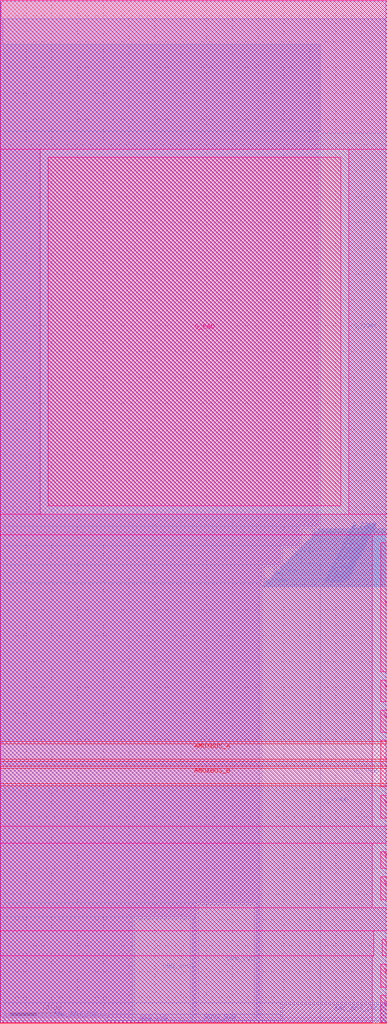
<source format=lef>
# Copyright 2020 The SkyWater PDK Authors
#
# Licensed under the Apache License, Version 2.0 (the "License");
# you may not use this file except in compliance with the License.
# You may obtain a copy of the License at
#
#     https://www.apache.org/licenses/LICENSE-2.0
#
# Unless required by applicable law or agreed to in writing, software
# distributed under the License is distributed on an "AS IS" BASIS,
# WITHOUT WARRANTIES OR CONDITIONS OF ANY KIND, either express or implied.
# See the License for the specific language governing permissions and
# limitations under the License.
#
# SPDX-License-Identifier: Apache-2.0

VERSION 5.7 ;
  NOWIREEXTENSIONATPIN ON ;
  DIVIDERCHAR "/" ;
  BUSBITCHARS "[]" ;
MACRO sky130_fd_io__top_ground_lvc_wpad
  CLASS PAD ;
  FOREIGN sky130_fd_io__top_ground_lvc_wpad ;
  ORIGIN  0.000000  0.000000 ;
  SIZE  75.00000 BY  198.0000 ;
  SYMMETRY R90 ;
  PIN AMUXBUS_A
    DIRECTION INOUT ;
    USE SIGNAL ;
    PORT
      LAYER met4 ;
        RECT 0.000000 51.125000 75.000000 54.105000 ;
    END
  END AMUXBUS_A
  PIN AMUXBUS_B
    DIRECTION INOUT ;
    USE SIGNAL ;
    PORT
      LAYER met4 ;
        RECT 0.000000 46.365000 75.000000 49.345000 ;
    END
  END AMUXBUS_B
  PIN G_PAD
    DIRECTION INOUT ;
    USE SIGNAL ;
    PORT
      LAYER met5 ;
        RECT 9.315000 100.140000 65.955000 167.570000 ;
    END
  END G_PAD
  PIN BDY2_B2B
    DIRECTION INOUT ;
    USE GROUND ;
    PORT
      LAYER met2 ;
        RECT 34.440000 0.000000 44.440000 0.325000 ;
    END
  END BDY2_B2B
  PIN DRN_LVC1
    DIRECTION INOUT ;
    USE POWER ;
    PORT
      LAYER met3 ;
        RECT 26.000000 0.000000 36.880000 20.220000 ;
    END
  END DRN_LVC1
  PIN DRN_LVC2
    DIRECTION INOUT ;
    USE POWER ;
    PORT
      LAYER met3 ;
        RECT 38.380000 0.000000 49.255000 22.900000 ;
    END
  END DRN_LVC2
  PIN G_CORE
    DIRECTION INOUT ;
    USE GROUND ;
    PORT
      LAYER met3 ;
        RECT 50.755000 0.000000 74.700000 84.465000 ;
    END
    PORT
      LAYER met3 ;
        RECT 50.755000 84.465000 51.100000 84.810000 ;
    END
    PORT
      LAYER met3 ;
        RECT 50.905000 84.465000 74.700000 84.615000 ;
    END
    PORT
      LAYER met3 ;
        RECT 51.100000 84.810000 54.665000 88.375000 ;
    END
    PORT
      LAYER met3 ;
        RECT 51.205000 84.765000 74.700000 84.915000 ;
    END
    PORT
      LAYER met3 ;
        RECT 51.355000 84.915000 74.700000 85.065000 ;
    END
    PORT
      LAYER met3 ;
        RECT 51.505000 85.065000 74.700000 85.215000 ;
    END
    PORT
      LAYER met3 ;
        RECT 51.655000 85.215000 74.700000 85.365000 ;
    END
    PORT
      LAYER met3 ;
        RECT 51.805000 85.365000 74.700000 85.515000 ;
    END
    PORT
      LAYER met3 ;
        RECT 51.955000 85.515000 74.700000 85.665000 ;
    END
    PORT
      LAYER met3 ;
        RECT 52.105000 85.665000 74.700000 85.815000 ;
    END
    PORT
      LAYER met3 ;
        RECT 52.255000 85.815000 74.700000 85.965000 ;
    END
    PORT
      LAYER met3 ;
        RECT 52.405000 85.965000 74.700000 86.115000 ;
    END
    PORT
      LAYER met3 ;
        RECT 52.555000 86.115000 74.700000 86.265000 ;
    END
    PORT
      LAYER met3 ;
        RECT 52.705000 86.265000 74.700000 86.415000 ;
    END
    PORT
      LAYER met3 ;
        RECT 52.855000 86.415000 74.700000 86.565000 ;
    END
    PORT
      LAYER met3 ;
        RECT 53.005000 86.565000 74.700000 86.715000 ;
    END
    PORT
      LAYER met3 ;
        RECT 53.155000 86.715000 74.700000 86.865000 ;
    END
    PORT
      LAYER met3 ;
        RECT 53.305000 86.865000 74.700000 87.015000 ;
    END
    PORT
      LAYER met3 ;
        RECT 53.455000 87.015000 74.700000 87.165000 ;
    END
    PORT
      LAYER met3 ;
        RECT 53.605000 87.165000 74.700000 87.315000 ;
    END
    PORT
      LAYER met3 ;
        RECT 53.755000 87.315000 74.700000 87.465000 ;
    END
    PORT
      LAYER met3 ;
        RECT 53.905000 87.465000 74.700000 87.615000 ;
    END
    PORT
      LAYER met3 ;
        RECT 54.055000 87.615000 74.700000 87.765000 ;
    END
    PORT
      LAYER met3 ;
        RECT 54.205000 87.765000 74.700000 87.915000 ;
    END
    PORT
      LAYER met3 ;
        RECT 54.355000 87.915000 74.700000 88.065000 ;
    END
    PORT
      LAYER met3 ;
        RECT 54.505000 88.065000 74.700000 88.215000 ;
    END
    PORT
      LAYER met3 ;
        RECT 54.665000 88.375000 58.310000 92.020000 ;
    END
    PORT
      LAYER met3 ;
        RECT 54.805000 88.365000 74.700000 88.515000 ;
    END
    PORT
      LAYER met3 ;
        RECT 54.955000 88.515000 74.700000 88.665000 ;
    END
    PORT
      LAYER met3 ;
        RECT 55.105000 88.665000 74.700000 88.815000 ;
    END
    PORT
      LAYER met3 ;
        RECT 55.255000 88.815000 74.700000 88.965000 ;
    END
    PORT
      LAYER met3 ;
        RECT 55.405000 88.965000 74.700000 89.115000 ;
    END
    PORT
      LAYER met3 ;
        RECT 55.555000 89.115000 74.700000 89.265000 ;
    END
    PORT
      LAYER met3 ;
        RECT 55.705000 89.265000 74.700000 89.415000 ;
    END
    PORT
      LAYER met3 ;
        RECT 55.855000 89.415000 74.700000 89.565000 ;
    END
    PORT
      LAYER met3 ;
        RECT 56.005000 89.565000 74.700000 89.715000 ;
    END
    PORT
      LAYER met3 ;
        RECT 56.155000 89.715000 74.700000 89.865000 ;
    END
    PORT
      LAYER met3 ;
        RECT 56.305000 89.865000 74.700000 90.015000 ;
    END
    PORT
      LAYER met3 ;
        RECT 56.455000 90.015000 74.700000 90.165000 ;
    END
    PORT
      LAYER met3 ;
        RECT 56.605000 90.165000 74.700000 90.315000 ;
    END
    PORT
      LAYER met3 ;
        RECT 56.755000 90.315000 74.700000 90.465000 ;
    END
    PORT
      LAYER met3 ;
        RECT 56.905000 90.465000 74.700000 90.615000 ;
    END
    PORT
      LAYER met3 ;
        RECT 57.055000 90.615000 74.700000 90.765000 ;
    END
    PORT
      LAYER met3 ;
        RECT 57.205000 90.765000 74.700000 90.915000 ;
    END
    PORT
      LAYER met3 ;
        RECT 57.355000 90.915000 74.700000 91.065000 ;
    END
    PORT
      LAYER met3 ;
        RECT 57.505000 91.065000 74.700000 91.215000 ;
    END
    PORT
      LAYER met3 ;
        RECT 57.655000 91.215000 74.700000 91.365000 ;
    END
    PORT
      LAYER met3 ;
        RECT 57.805000 91.365000 74.700000 91.515000 ;
    END
    PORT
      LAYER met3 ;
        RECT 57.955000 91.515000 74.700000 91.665000 ;
    END
    PORT
      LAYER met3 ;
        RECT 58.105000 91.665000 74.700000 91.815000 ;
    END
    PORT
      LAYER met3 ;
        RECT 58.400000 92.110000 62.045000 95.755000 ;
    END
    PORT
      LAYER met3 ;
        RECT 58.405000 91.965000 74.700000 92.115000 ;
    END
    PORT
      LAYER met3 ;
        RECT 58.555000 92.115000 74.700000 92.265000 ;
    END
    PORT
      LAYER met3 ;
        RECT 58.705000 92.265000 74.700000 92.415000 ;
    END
    PORT
      LAYER met3 ;
        RECT 58.855000 92.415000 74.700000 92.565000 ;
    END
    PORT
      LAYER met3 ;
        RECT 59.005000 92.565000 74.700000 92.715000 ;
    END
    PORT
      LAYER met3 ;
        RECT 59.155000 92.715000 74.700000 92.865000 ;
    END
    PORT
      LAYER met3 ;
        RECT 59.305000 92.865000 74.700000 93.015000 ;
    END
    PORT
      LAYER met3 ;
        RECT 59.455000 93.015000 74.700000 93.165000 ;
    END
    PORT
      LAYER met3 ;
        RECT 59.605000 93.165000 74.700000 93.315000 ;
    END
    PORT
      LAYER met3 ;
        RECT 59.755000 93.315000 74.700000 93.465000 ;
    END
    PORT
      LAYER met3 ;
        RECT 59.905000 93.465000 74.700000 93.615000 ;
    END
    PORT
      LAYER met3 ;
        RECT 60.055000 93.615000 74.700000 93.765000 ;
    END
    PORT
      LAYER met3 ;
        RECT 60.205000 93.765000 74.700000 93.915000 ;
    END
    PORT
      LAYER met3 ;
        RECT 60.355000 93.915000 74.700000 94.065000 ;
    END
    PORT
      LAYER met3 ;
        RECT 60.505000 94.065000 74.700000 94.215000 ;
    END
    PORT
      LAYER met3 ;
        RECT 60.655000 94.215000 74.700000 94.365000 ;
    END
    PORT
      LAYER met3 ;
        RECT 60.805000 94.365000 74.700000 94.515000 ;
    END
    PORT
      LAYER met3 ;
        RECT 60.955000 94.515000 74.700000 94.665000 ;
    END
    PORT
      LAYER met3 ;
        RECT 61.105000 94.665000 74.700000 94.815000 ;
    END
    PORT
      LAYER met3 ;
        RECT 61.255000 94.815000 74.700000 94.965000 ;
    END
    PORT
      LAYER met3 ;
        RECT 61.405000 94.965000 74.700000 95.115000 ;
    END
    PORT
      LAYER met3 ;
        RECT 61.555000 95.115000 74.700000 95.265000 ;
    END
    PORT
      LAYER met3 ;
        RECT 61.705000 95.265000 74.700000 95.415000 ;
    END
    PORT
      LAYER met3 ;
        RECT 61.855000 95.415000 74.700000 95.565000 ;
    END
    PORT
      LAYER met3 ;
        RECT 62.045000 0.000000 74.700000 95.755000 ;
    END
    PORT
      LAYER met3 ;
        RECT 62.045000 95.755000 74.700000 172.235000 ;
    END
  END G_CORE
  PIN OGC_LVC
    DIRECTION INOUT ;
    USE POWER ;
    PORT
      LAYER met1 ;
        RECT 26.210000 0.000000 27.700000 0.170000 ;
    END
  END OGC_LVC
  PIN SRC_BDY_LVC1
    DIRECTION INOUT ;
    USE GROUND ;
    PORT
      LAYER met2 ;
        RECT 0.500000 0.000000 20.495000 1.485000 ;
    END
  END SRC_BDY_LVC1
  PIN SRC_BDY_LVC2
    DIRECTION INOUT ;
    USE GROUND ;
    PORT
      LAYER met2 ;
        RECT 54.715000 0.000000 74.700000 3.660000 ;
    END
  END SRC_BDY_LVC2
  PIN VCCD
    DIRECTION INOUT ;
    USE POWER ;
    PORT
      LAYER met5 ;
        RECT 73.730000 6.985000 75.000000 11.435000 ;
    END
  END VCCD
  PIN VCCHIB
    DIRECTION INOUT ;
    USE POWER ;
    PORT
      LAYER met5 ;
        RECT 73.730000 0.135000 75.000000 5.385000 ;
    END
  END VCCHIB
  PIN VDDA
    DIRECTION INOUT ;
    USE POWER ;
    PORT
      LAYER met5 ;
        RECT 74.035000 13.035000 75.000000 16.285000 ;
    END
  END VDDA
  PIN VDDIO
    DIRECTION INOUT ;
    USE POWER ;
    PORT
      LAYER met5 ;
        RECT 73.730000 68.035000 75.000000 92.985000 ;
    END
  END VDDIO
  PIN VDDIO_Q
    DIRECTION INOUT ;
    USE POWER ;
    PORT
      LAYER met5 ;
        RECT 73.730000 62.185000 75.000000 66.435000 ;
    END
  END VDDIO_Q
  PIN VSSA
    DIRECTION INOUT ;
    USE GROUND ;
    PORT
      LAYER met5 ;
        RECT 73.730000 45.735000 75.000000 54.735000 ;
    END
  END VSSA
  PIN VSSD
    DIRECTION INOUT ;
    USE GROUND ;
    PORT
      LAYER met5 ;
        RECT 73.730000 39.685000 75.000000 44.135000 ;
    END
  END VSSD
  PIN VSSIO
    DIRECTION INOUT ;
    USE GROUND ;
    PORT
      LAYER met5 ;
        RECT 73.730000 23.935000 75.000000 28.385000 ;
    END
  END VSSIO
  PIN VSSIO_Q
    DIRECTION INOUT ;
    USE GROUND ;
    PORT
      LAYER met5 ;
        RECT 73.730000 56.335000 75.000000 60.585000 ;
    END
  END VSSIO_Q
  PIN VSWITCH
    DIRECTION INOUT ;
    USE POWER ;
    PORT
      LAYER met5 ;
        RECT 73.730000 29.985000 75.000000 33.235000 ;
    END
  END VSWITCH
  OBS
    LAYER li1 ;
      RECT 0.240000 1.020000 74.755000 197.780000 ;
    LAYER met1 ;
      RECT  0.120000 0.000000 25.930000   0.450000 ;
      RECT  0.120000 0.450000 74.785000 197.840000 ;
      RECT 27.980000 0.000000 74.785000   0.450000 ;
    LAYER met2 ;
      RECT  0.500000 1.765000 54.435000   3.940000 ;
      RECT  0.500000 3.940000 74.700000 194.430000 ;
      RECT 20.775000 0.000000 34.160000   0.605000 ;
      RECT 20.775000 0.605000 54.435000   1.765000 ;
      RECT 44.720000 0.000000 54.435000   0.605000 ;
    LAYER met3 ;
      RECT  0.500000   0.000000 25.600000  20.620000 ;
      RECT  0.500000  20.620000 37.980000  23.300000 ;
      RECT  0.500000  23.300000 50.355000  85.210000 ;
      RECT  0.500000  85.210000 50.700000  88.775000 ;
      RECT  0.500000  88.775000 54.265000  92.420000 ;
      RECT  0.500000  92.420000 58.000000  96.155000 ;
      RECT  0.500000  96.155000 61.645000 172.635000 ;
      RECT  0.500000 172.635000 62.045000 189.515000 ;
      RECT 37.280000   0.000000 37.980000  20.620000 ;
      RECT 49.655000   0.000000 50.355000  23.300000 ;
    LAYER met4 ;
      RECT 0.000000  0.035000 75.000000  45.965000 ;
      RECT 0.000000 49.745000 75.000000  50.725000 ;
      RECT 0.000000 54.505000 75.000000 198.000000 ;
    LAYER met5 ;
      RECT  0.000000   0.135000 72.130000  13.035000 ;
      RECT  0.000000  13.035000 72.435000  17.885000 ;
      RECT  0.000000  17.885000 75.000000  22.335000 ;
      RECT  0.000000  22.335000 72.130000  34.835000 ;
      RECT  0.000000  34.835000 75.000000  38.085000 ;
      RECT  0.000000  38.085000 72.130000  94.585000 ;
      RECT  0.000000  94.585000 75.000000  98.540000 ;
      RECT  0.000000  98.540000  7.715000 169.170000 ;
      RECT  0.000000 169.170000 75.000000 198.000000 ;
      RECT 67.555000  98.540000 75.000000 169.170000 ;
  END
END sky130_fd_io__top_ground_lvc_wpad
END LIBRARY

</source>
